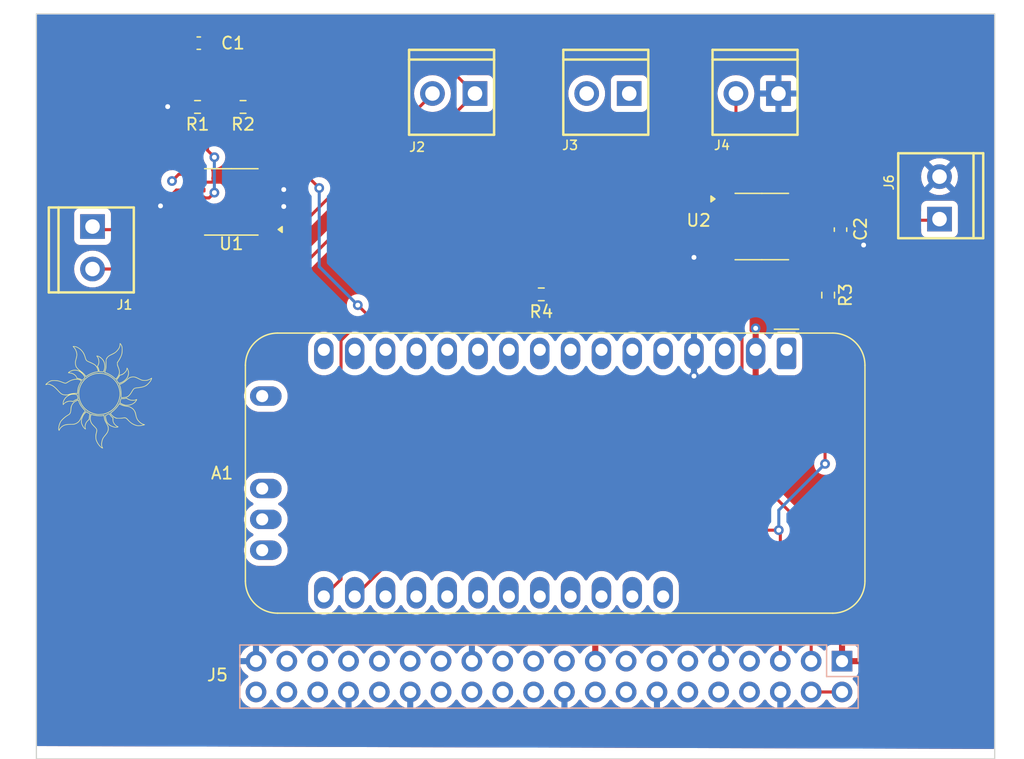
<source format=kicad_pcb>
(kicad_pcb (version 20240108) (generator "pcbnew") (generator_version "8.0")
  (layers (0 "F.Cu" signal) (1 "In1.Cu" signal) (2 "In2.Cu" signal) (31 "B.Cu" signal) (34 "B.Paste" user) (35 "F.Paste" user) (36 "B.SilkS" user "B.Silkscreen") (37 "F.SilkS" user "F.Silkscreen") (38 "B.Mask" user) (39 "F.Mask" user) (44 "Edge.Cuts" user))
  (net 0 "")
  (net 2 "3V3")
  (net 4 "GND")
  (net 16 "CHG")
  (net 17 "SDA")
  (net 31 "FLT")
  (net 32 "/-V_SOLAR")
  (net 33 "/-V_SOLAR_CHG")
  (net 35 "SCL")
  (net 36 "/+V_SOLAR_CHG")
  (net 38 "/+V_BATT")
  (net 41 "Net-(U1-VBUS)")
  (net 42 "/5V power")
  (net 43 "/GPIO 10 (MOSI)")
  (net 45 "/GPIO 9 (MISO)")
  (net 46 "/GPIO 14 (TXD)")
  (net 47 "/GPIO 11 (SCLK)")
  (net 48 "/GPIO 15 (RXD)")
  (net 49 "/GPIO 18 (PCM_CLK)")
  (net 50 "/GPIO 0 (ID_SD)")
  (net 52 "/GPIO 5")
  (net 53 "/GPIO 23")
  (net 54 "/GPIO 6")
  (net 55 "/GPIO 13 (PWM1)")
  (net 56 "/GPIO 24")
  (net 57 "/GPIO 19 (PCM_FS)")
  (net 58 "/GPIO 25")
  (net 59 "/GPIO 26")
  (net 60 "/GPIO 8 (CE0)")
  (net 61 "/GPIO 7 (CE1)")
  (net 62 "/+V_SOLAR")
  (net 63 "/GPIO 1 (ID_SC)")
  (net 64 "/GPIO 12 (PWM0)")
  (net 65 "/GPIO 16")
  (net 66 "/GPIO 12 (PCM_DIN)")
  (net 67 "/GPIO 21 (PCM_DOUT)")
  (footprint "Capacitor_SMD:C_0603_1608Metric" (layer "F.Cu") (at 112.382 38.989 180)
    (property "Reference" "C1" (at -2.807 0 0) (layer "F.SilkS"))
    (property "Value" "0.1u")
    (pad "1" smd roundrect (at -0.775 0 180) (size 0.9 0.95) (layers "F.Cu" "F.Paste" "F.Mask") (net 41 "Net-(U1-VBUS)"))
    (pad "2" smd roundrect (at 0.775 0 180) (size 0.9 0.95) (layers "F.Cu" "F.Paste" "F.Mask") (net 4 "GND"))
  )
  (footprint "Capacitor_SMD:C_0603_1608Metric" (layer "F.Cu") (at 165.23 54.356 -90)
    (property "Reference" "C2" (at -0.047 -1.648 90) (layer "F.SilkS"))
    (property "Value" "0.1u")
    (pad "1" smd roundrect (at -0.775 0 270) (size 0.9 0.95) (layers "F.Cu" "F.Paste" "F.Mask") (net 38 "/+V_BATT"))
    (pad "2" smd roundrect (at 0.775 0 270) (size 0.9 0.95) (layers "F.Cu" "F.Paste" "F.Mask") (net 4 "GND"))
  )
  (footprint "Resistor_SMD:R_0603_1608Metric" (layer "F.Cu") (at 140.589 59.69 180)
    (property "Reference" "R4" (at 0 -1.43 0) (layer "F.SilkS"))
    (property "Value" "10k")
    (pad "1" smd roundrect (at -0.825 0 180) (size 0.8 0.95) (layers "F.Cu" "F.Paste" "F.Mask") (net 2 "3V3"))
    (pad "2" smd roundrect (at 0.825 0 180) (size 0.8 0.95) (layers "F.Cu" "F.Paste" "F.Mask") (net 17 "SDA"))
  )
  (footprint "ssi_connector:1985807" (layer "F.Cu") (at 147.828 43.14 180)
    (property "Reference" "J3" (at 4.128 -4.71 0) (layer "F.SilkS") (effects (font (size 0.762 0.762) (thickness 0.127)) (justify right bottom)))
    (property "Value" "Screw_Terminal_01x02")
    (pad "1" thru_hole rect (at 0 0 180) (size 2.032 2.032) (drill 1.2) (layers "*.Cu" "*.Mask") (net 31 "FLT"))
    (pad "2" thru_hole circle (at 3.5 0 180) (size 2.032 2.032) (drill 1.2) (layers "*.Cu" "*.Mask") (net 16 "CHG"))
  )
  (footprint "Module:Adafruit_Feather_M0_RFM" (layer "F.Cu") (at 160.782 64.262 -90)
    (property "Reference" "A1" (at 10.16 46.482 360) (layer "F.SilkS"))
    (property "Value" "Adafruit_Feather_M0_RFM9x_LoRa_Radio")
    (pad "1" thru_hole roundrect (at 0 0 270) (size 2.6 1.6) (drill 1 (offset 0.3 0)) (layers "*.Cu" "*.Mask") (roundrect_rratio 0.15625))
    (pad "2" thru_hole oval (at 0 2.54 270) (size 2.6 1.6) (drill 1 (offset 0.3 0)) (layers "*.Cu" "*.Mask") (net 2 "3V3"))
    (pad "3" thru_hole oval (at 0 5.08 270) (size 2.6 1.6) (drill 1 (offset 0.3 0)) (layers "*.Cu" "*.Mask"))
    (pad "4" thru_hole oval (at 0 7.62 270) (size 2.6 1.6) (drill 1 (offset 0.3 0)) (layers "*.Cu" "*.Mask") (net 4 "GND"))
    (pad "5" thru_hole oval (at 0 10.16 270) (size 2.6 1.6) (drill 1 (offset 0.3 0)) (layers "*.Cu" "*.Mask"))
    (pad "6" thru_hole oval (at 0 12.7 270) (size 2.6 1.6) (drill 1 (offset 0.3 0)) (layers "*.Cu" "*.Mask"))
    (pad "7" thru_hole oval (at 0 15.24 270) (size 2.6 1.6) (drill 1 (offset 0.3 0)) (layers "*.Cu" "*.Mask"))
    (pad "8" thru_hole oval (at 0 17.78 270) (size 2.6 1.6) (drill 1 (offset 0.3 0)) (layers "*.Cu" "*.Mask"))
    (pad "9" thru_hole oval (at 0 20.32 270) (size 2.6 1.6) (drill 1 (offset 0.3 0)) (layers "*.Cu" "*.Mask"))
    (pad "10" thru_hole oval (at 0 22.86 270) (size 2.6 1.6) (drill 1 (offset 0.3 0)) (layers "*.Cu" "*.Mask"))
    (pad "11" thru_hole oval (at 0 25.4 270) (size 2.6 1.6) (drill 1 (offset 0.3 0)) (layers "*.Cu" "*.Mask"))
    (pad "12" thru_hole oval (at 0 27.94 270) (size 2.6 1.6) (drill 1 (offset 0.3 0)) (layers "*.Cu" "*.Mask"))
    (pad "13" thru_hole oval (at 0 30.48 270) (size 2.6 1.6) (drill 1 (offset 0.3 0)) (layers "*.Cu" "*.Mask"))
    (pad "14" thru_hole oval (at 0 33.02 270) (size 2.6 1.6) (drill 1 (offset 0.3 0)) (layers "*.Cu" "*.Mask"))
    (pad "15" thru_hole oval (at 0 35.56 270) (size 2.6 1.6) (drill 1 (offset 0.3 0)) (layers "*.Cu" "*.Mask"))
    (pad "16" thru_hole oval (at 0 38.1 270) (size 2.6 1.6) (drill 1 (offset 0.3 0)) (layers "*.Cu" "*.Mask"))
    (pad "17" thru_hole oval (at 20.32 38.1 90) (size 2.6 1.6) (drill 1 (offset 0.3 0)) (layers "*.Cu" "*.Mask") (net 17 "SDA"))
    (pad "18" thru_hole oval (at 20.32 35.56 90) (size 2.6 1.6) (drill 1 (offset 0.3 0)) (layers "*.Cu" "*.Mask") (net 35 "SCL"))
    (pad "19" thru_hole oval (at 20.32 33.02 90) (size 2.6 1.6) (drill 1 (offset 0.3 0)) (layers "*.Cu" "*.Mask") (net 16 "CHG"))
    (pad "20" thru_hole oval (at 20.32 30.48 90) (size 2.6 1.6) (drill 1 (offset 0.3 0)) (layers "*.Cu" "*.Mask") (net 31 "FLT"))
    (pad "21" thru_hole oval (at 20.32 27.94 90) (size 2.6 1.6) (drill 1 (offset 0.3 0)) (layers "*.Cu" "*.Mask"))
    (pad "22" thru_hole oval (at 20.32 25.4 90) (size 2.6 1.6) (drill 1 (offset 0.3 0)) (layers "*.Cu" "*.Mask"))
    (pad "23" thru_hole oval (at 20.32 22.86 90) (size 2.6 1.6) (drill 1 (offset 0.3 0)) (layers "*.Cu" "*.Mask"))
    (pad "24" thru_hole oval (at 20.32 20.32 90) (size 2.6 1.6) (drill 1 (offset 0.3 0)) (layers "*.Cu" "*.Mask"))
    (pad "25" thru_hole oval (at 20.32 17.78 90) (size 2.6 1.6) (drill 1 (offset 0.3 0)) (layers "*.Cu" "*.Mask"))
    (pad "26" thru_hole oval (at 20.32 15.24 90) (size 2.6 1.6) (drill 1 (offset 0.3 0)) (layers "*.Cu" "*.Mask"))
    (pad "27" thru_hole oval (at 20.32 12.7 90) (size 2.6 1.6) (drill 1 (offset 0.3 0)) (layers "*.Cu" "*.Mask"))
    (pad "28" thru_hole oval (at 20.32 10.16 90) (size 2.6 1.6) (drill 1 (offset 0.3 0)) (layers "*.Cu" "*.Mask"))
    (pad "29" thru_hole oval (at 3.81 43.18) (size 2.6 1.6) (drill 1 (offset 0.3 0)) (layers "*.Cu" "*.Mask"))
    (pad "30" thru_hole oval (at 11.43 43.18) (size 2.6 1.6) (drill 1 (offset 0.3 0)) (layers "*.Cu" "*.Mask"))
    (pad "31" thru_hole oval (at 13.97 43.18) (size 2.6 1.6) (drill 1 (offset 0.3 0)) (layers "*.Cu" "*.Mask"))
    (pad "32" thru_hole oval (at 16.51 43.18) (size 2.6 1.6) (drill 1 (offset 0.3 0)) (layers "*.Cu" "*.Mask"))
  )
  (footprint "Resistor_SMD:R_0603_1608Metric" (layer "F.Cu") (at 164.211 59.753 -90)
    (property "Reference" "R3" (at 0 -1.43 90) (layer "F.SilkS"))
    (property "Value" "10k")
    (pad "1" smd roundrect (at -0.825 0 270) (size 0.8 0.95) (layers "F.Cu" "F.Paste" "F.Mask") (net 2 "3V3"))
    (pad "2" smd roundrect (at 0.825 0 270) (size 0.8 0.95) (layers "F.Cu" "F.Paste" "F.Mask") (net 35 "SCL"))
  )
  (footprint "ssi_drawings:sun" (layer "F.Cu") (at 104.17 67.94)
    (property "Reference" "G***" (hide yes))
    (property "Value" "sun" (hide yes))
  )
  (footprint "Package_SO:TSSOP-16_4.4x5mm_P0.65mm" (layer "F.Cu") (at 158.75 54.102)
    (property "Reference" "U2" (at -5.207 -0.508 0) (layer "F.SilkS"))
    (property "Value" "INA260")
    (pad "1" smd roundrect (at -2.8625 -2.275) (size 1.475 0.4) (layers "F.Cu" "F.Paste" "F.Mask") (net 38 "/+V_BATT"))
    (pad "2" smd roundrect (at -2.8625 -1.625) (size 1.475 0.4) (layers "F.Cu" "F.Paste" "F.Mask") (net 38 "/+V_BATT"))
    (pad "3" smd roundrect (at -2.8625 -0.975) (size 1.475 0.4) (layers "F.Cu" "F.Paste" "F.Mask") (net 38 "/+V_BATT"))
    (pad "4" smd roundrect (at -2.8625 -0.325) (size 1.475 0.4) (layers "F.Cu" "F.Paste" "F.Mask") (net 2 "3V3"))
    (pad "5" smd roundrect (at -2.8625 0.325) (size 1.475 0.4) (layers "F.Cu" "F.Paste" "F.Mask") (net 2 "3V3"))
    (pad "6" smd roundrect (at -2.8625 0.975) (size 1.475 0.4) (layers "F.Cu" "F.Paste" "F.Mask") (net 4 "GND"))
    (pad "7" smd roundrect (at -2.8625 1.625) (size 1.475 0.4) (layers "F.Cu" "F.Paste" "F.Mask"))
    (pad "8" smd roundrect (at -2.8625 2.275) (size 1.475 0.4) (layers "F.Cu" "F.Paste" "F.Mask") (net 17 "SDA"))
    (pad "9" smd roundrect (at 2.8625 2.275) (size 1.475 0.4) (layers "F.Cu" "F.Paste" "F.Mask") (net 35 "SCL"))
    (pad "10" smd roundrect (at 2.8625 1.625) (size 1.475 0.4) (layers "F.Cu" "F.Paste" "F.Mask") (net 2 "3V3"))
    (pad "11" smd roundrect (at 2.8625 0.975) (size 1.475 0.4) (layers "F.Cu" "F.Paste" "F.Mask") (net 4 "GND"))
    (pad "12" smd roundrect (at 2.8625 0.325) (size 1.475 0.4) (layers "F.Cu" "F.Paste" "F.Mask") (net 38 "/+V_BATT"))
    (pad "13" smd roundrect (at 2.8625 -0.325) (size 1.475 0.4) (layers "F.Cu" "F.Paste" "F.Mask"))
    (pad "14" smd roundrect (at 2.8625 -0.975) (size 1.475 0.4) (layers "F.Cu" "F.Paste" "F.Mask") (net 36 "/+V_SOLAR_CHG"))
    (pad "15" smd roundrect (at 2.8625 -1.625) (size 1.475 0.4) (layers "F.Cu" "F.Paste" "F.Mask") (net 36 "/+V_SOLAR_CHG"))
    (pad "16" smd roundrect (at 2.8625 -2.275) (size 1.475 0.4) (layers "F.Cu" "F.Paste" "F.Mask") (net 36 "/+V_SOLAR_CHG"))
  )
  (footprint "ssi_connector:1985807" (layer "F.Cu") (at 160.1178 43.14 180)
    (property "Reference" "J4" (at 3.9178 -4.71 0) (layer "F.SilkS") (effects (font (size 0.762 0.762) (thickness 0.127)) (justify right bottom)))
    (property "Value" "Screw_Terminal_01x02")
    (pad "1" thru_hole rect (at 0 0 180) (size 2.032 2.032) (drill 1.2) (layers "*.Cu" "*.Mask") (net 4 "GND"))
    (pad "2" thru_hole circle (at 3.5 0 180) (size 2.032 2.032) (drill 1.2) (layers "*.Cu" "*.Mask") (net 36 "/+V_SOLAR_CHG"))
  )
  (footprint "ssi_connector:1985807" (layer "F.Cu") (at 135.128 43.14 180)
    (property "Reference" "J2" (at 4.028 -4.86 0) (layer "F.SilkS") (effects (font (size 0.762 0.762) (thickness 0.127)) (justify right bottom)))
    (property "Value" "Screw_Terminal_01x02")
    (pad "1" thru_hole rect (at 0 0 180) (size 2.032 2.032) (drill 1.2) (layers "*.Cu" "*.Mask") (net 62 "/+V_SOLAR"))
    (pad "2" thru_hole circle (at 3.5 0 180) (size 2.032 2.032) (drill 1.2) (layers "*.Cu" "*.Mask") (net 33 "/-V_SOLAR_CHG"))
  )
  (footprint "Package_SO:TSSOP-16_4.4x5mm_P0.65mm" (layer "F.Cu") (at 115.062 52.07 180)
    (property "Reference" "U1" (at 0 -3.45 0) (layer "F.SilkS"))
    (property "Value" "INA260")
    (pad "1" smd roundrect (at -2.8625 -2.275 180) (size 1.475 0.4) (layers "F.Cu" "F.Paste" "F.Mask") (net 33 "/-V_SOLAR_CHG"))
    (pad "2" smd roundrect (at -2.8625 -1.625 180) (size 1.475 0.4) (layers "F.Cu" "F.Paste" "F.Mask") (net 33 "/-V_SOLAR_CHG"))
    (pad "3" smd roundrect (at -2.8625 -0.975 180) (size 1.475 0.4) (layers "F.Cu" "F.Paste" "F.Mask") (net 33 "/-V_SOLAR_CHG"))
    (pad "4" smd roundrect (at -2.8625 -0.325 180) (size 1.475 0.4) (layers "F.Cu" "F.Paste" "F.Mask") (net 4 "GND"))
    (pad "5" smd roundrect (at -2.8625 0.325 180) (size 1.475 0.4) (layers "F.Cu" "F.Paste" "F.Mask") (net 2 "3V3"))
    (pad "6" smd roundrect (at -2.8625 0.975 180) (size 1.475 0.4) (layers "F.Cu" "F.Paste" "F.Mask") (net 4 "GND"))
    (pad "7" smd roundrect (at -2.8625 1.625 180) (size 1.475 0.4) (layers "F.Cu" "F.Paste" "F.Mask"))
    (pad "8" smd roundrect (at -2.8625 2.275 180) (size 1.475 0.4) (layers "F.Cu" "F.Paste" "F.Mask") (net 17 "SDA"))
    (pad "9" smd roundrect (at 2.8625 2.275 180) (size 1.475 0.4) (layers "F.Cu" "F.Paste" "F.Mask") (net 35 "SCL"))
    (pad "10" smd roundrect (at 2.8625 1.625 180) (size 1.475 0.4) (layers "F.Cu" "F.Paste" "F.Mask") (net 2 "3V3"))
    (pad "11" smd roundrect (at 2.8625 0.975 180) (size 1.475 0.4) (layers "F.Cu" "F.Paste" "F.Mask") (net 4 "GND"))
    (pad "12" smd roundrect (at 2.8625 0.325 180) (size 1.475 0.4) (layers "F.Cu" "F.Paste" "F.Mask") (net 41 "Net-(U1-VBUS)"))
    (pad "13" smd roundrect (at 2.8625 -0.325 180) (size 1.475 0.4) (layers "F.Cu" "F.Paste" "F.Mask"))
    (pad "14" smd roundrect (at 2.8625 -0.975 180) (size 1.475 0.4) (layers "F.Cu" "F.Paste" "F.Mask") (net 32 "/-V_SOLAR"))
    (pad "15" smd roundrect (at 2.8625 -1.625 180) (size 1.475 0.4) (layers "F.Cu" "F.Paste" "F.Mask") (net 32 "/-V_SOLAR"))
    (pad "16" smd roundrect (at 2.8625 -2.275 180) (size 1.475 0.4) (layers "F.Cu" "F.Paste" "F.Mask") (net 32 "/-V_SOLAR"))
  )
  (footprint "Resistor_SMD:R_0603_1608Metric" (layer "F.Cu") (at 116.0275 44.2465 180)
    (property "Reference" "R2" (at 0 -1.43 0) (layer "F.SilkS"))
    (property "Value" "R")
    (pad "1" smd roundrect (at -0.825 0 180) (size 0.8 0.95) (layers "F.Cu" "F.Paste" "F.Mask") (net 62 "/+V_SOLAR"))
    (pad "2" smd roundrect (at 0.825 0 180) (size 0.8 0.95) (layers "F.Cu" "F.Paste" "F.Mask") (net 41 "Net-(U1-VBUS)"))
  )
  (footprint "ssi_connector:1985807" (layer "F.Cu") (at 103.632 54.102 -90)
    (property "Reference" "J1" (at 6.898 -3.368 180) (layer "F.SilkS") (effects (font (size 0.762 0.762) (thickness 0.127)) (justify right bottom)))
    (property "Value" "Screw_Terminal_01x02")
    (pad "1" thru_hole rect (at 0 0 270) (size 2.032 2.032) (drill 1.2) (layers "*.Cu" "*.Mask") (net 32 "/-V_SOLAR"))
    (pad "2" thru_hole circle (at 3.5 0 270) (size 2.032 2.032) (drill 1.2) (layers "*.Cu" "*.Mask") (net 62 "/+V_SOLAR"))
  )
  (footprint "ssi_connector:1985807" (layer "F.Cu") (at 173.382 53.4898 90)
    (property "Reference" "J6" (at 3.76 -3.71 -90) (layer "F.SilkS") (effects (font (size 0.762 0.762) (thickness 0.127)) (justify right bottom)))
    (property "Value" "Screw_Terminal_01x02")
    (pad "1" thru_hole rect (at 0 0 90) (size 2.032 2.032) (drill 1.2) (layers "*.Cu" "*.Mask") (net 38 "/+V_BATT"))
    (pad "2" thru_hole circle (at 3.5 0 90) (size 2.032 2.032) (drill 1.2) (layers "*.Cu" "*.Mask") (net 4 "GND"))
  )
  (footprint "Resistor_SMD:R_0603_1608Metric" (layer "F.Cu") (at 112.2805 44.2465 180)
    (property "Reference" "R1" (at 0 -1.43 0) (layer "F.SilkS"))
    (property "Value" "R")
    (pad "1" smd roundrect (at -0.825 0 180) (size 0.8 0.95) (layers "F.Cu" "F.Paste" "F.Mask") (net 41 "Net-(U1-VBUS)"))
    (pad "2" smd roundrect (at 0.825 0 180) (size 0.8 0.95) (layers "F.Cu" "F.Paste" "F.Mask") (net 4 "GND"))
  )
  (footprint "Connector_PinSocket_2.54mm:PinSocket_2x20_P2.54mm_Vertical" (layer "B.Cu") (at 165.354 89.916 90)
    (property "Reference" "J5" (at -1.143 -51.435 180) (layer "F.SilkS"))
    (property "Value" "Conn_02x20_Odd_Even")
    (pad "1" thru_hole rect (at 0 0 90) (size 1.7 1.7) (drill 1) (layers "*.Cu" "*.Mask") (net 2 "3V3"))
    (pad "2" thru_hole oval (at -2.54 0 90) (size 1.7 1.7) (drill 1) (layers "*.Cu" "*.Mask") (net 42 "/5V power"))
    (pad "3" thru_hole oval (at 0 -2.54 90) (size 1.7 1.7) (drill 1) (layers "*.Cu" "*.Mask") (net 17 "SDA"))
    (pad "4" thru_hole oval (at -2.54 -2.54 90) (size 1.7 1.7) (drill 1) (layers "*.Cu" "*.Mask") (net 42 "/5V power"))
    (pad "5" thru_hole oval (at 0 -5.08 90) (size 1.7 1.7) (drill 1) (layers "*.Cu" "*.Mask") (net 35 "SCL"))
    (pad "6" thru_hole oval (at -2.54 -5.08 90) (size 1.7 1.7) (drill 1) (layers "*.Cu" "*.Mask") (net 4 "GND"))
    (pad "7" thru_hole oval (at 0 -7.62 90) (size 1.7 1.7) (drill 1) (layers "*.Cu" "*.Mask"))
    (pad "8" thru_hole oval (at -2.54 -7.62 90) (size 1.7 1.7) (drill 1) (layers "*.Cu" "*.Mask") (net 46 "/GPIO 14 (TXD)"))
    (pad "9" thru_hole oval (at 0 -10.16 90) (size 1.7 1.7) (drill 1) (layers "*.Cu" "*.Mask") (net 4 "GND"))
    (pad "10" thru_hole oval (at -2.54 -10.16 90) (size 1.7 1.7) (drill 1) (layers "*.Cu" "*.Mask") (net 48 "/GPIO 15 (RXD)"))
    (pad "11" thru_hole oval (at 0 -12.7 90) (size 1.7 1.7) (drill 1) (layers "*.Cu" "*.Mask") (net 16 "CHG"))
    (pad "12" thru_hole oval (at -2.54 -12.7 90) (size 1.7 1.7) (drill 1) (layers "*.Cu" "*.Mask") (net 49 "/GPIO 18 (PCM_CLK)"))
    (pad "13" thru_hole oval (at 0 -15.24 90) (size 1.7 1.7) (drill 1) (layers "*.Cu" "*.Mask") (net 31 "FLT"))
    (pad "14" thru_hole oval (at -2.54 -15.24 90) (size 1.7 1.7) (drill 1) (layers "*.Cu" "*.Mask") (net 4 "GND"))
    (pad "15" thru_hole oval (at 0 -17.78 90) (size 1.7 1.7) (drill 1) (layers "*.Cu" "*.Mask"))
    (pad "16" thru_hole oval (at -2.54 -17.78 90) (size 1.7 1.7) (drill 1) (layers "*.Cu" "*.Mask") (net 53 "/GPIO 23"))
    (pad "17" thru_hole oval (at 0 -20.32 90) (size 1.7 1.7) (drill 1) (layers "*.Cu" "*.Mask") (net 2 "3V3"))
    (pad "18" thru_hole oval (at -2.54 -20.32 90) (size 1.7 1.7) (drill 1) (layers "*.Cu" "*.Mask") (net 56 "/GPIO 24"))
    (pad "19" thru_hole oval (at 0 -22.86 90) (size 1.7 1.7) (drill 1) (layers "*.Cu" "*.Mask") (net 43 "/GPIO 10 (MOSI)"))
    (pad "20" thru_hole oval (at -2.54 -22.86 90) (size 1.7 1.7) (drill 1) (layers "*.Cu" "*.Mask") (net 4 "GND"))
    (pad "21" thru_hole oval (at 0 -25.4 90) (size 1.7 1.7) (drill 1) (layers "*.Cu" "*.Mask") (net 45 "/GPIO 9 (MISO)"))
    (pad "22" thru_hole oval (at -2.54 -25.4 90) (size 1.7 1.7) (drill 1) (layers "*.Cu" "*.Mask") (net 58 "/GPIO 25"))
    (pad "23" thru_hole oval (at 0 -27.94 90) (size 1.7 1.7) (drill 1) (layers "*.Cu" "*.Mask") (net 47 "/GPIO 11 (SCLK)"))
    (pad "24" thru_hole oval (at -2.54 -27.94 90) (size 1.7 1.7) (drill 1) (layers "*.Cu" "*.Mask") (net 60 "/GPIO 8 (CE0)"))
    (pad "25" thru_hole oval (at 0 -30.48 90) (size 1.7 1.7) (drill 1) (layers "*.Cu" "*.Mask") (net 4 "GND"))
    (pad "26" thru_hole oval (at -2.54 -30.48 90) (size 1.7 1.7) (drill 1) (layers "*.Cu" "*.Mask") (net 61 "/GPIO 7 (CE1)"))
    (pad "27" thru_hole oval (at 0 -33.02 90) (size 1.7 1.7) (drill 1) (layers "*.Cu" "*.Mask") (net 50 "/GPIO 0 (ID_SD)"))
    (pad "28" thru_hole oval (at -2.54 -33.02 90) (size 1.7 1.7) (drill 1) (layers "*.Cu" "*.Mask") (net 63 "/GPIO 1 (ID_SC)"))
    (pad "29" thru_hole oval (at 0 -35.56 90) (size 1.7 1.7) (drill 1) (layers "*.Cu" "*.Mask") (net 52 "/GPIO 5"))
    (pad "30" thru_hole oval (at -2.54 -35.56 90) (size 1.7 1.7) (drill 1) (layers "*.Cu" "*.Mask") (net 4 "GND"))
    (pad "31" thru_hole oval (at 0 -38.1 90) (size 1.7 1.7) (drill 1) (layers "*.Cu" "*.Mask") (net 54 "/GPIO 6"))
    (pad "32" thru_hole oval (at -2.54 -38.1 90) (size 1.7 1.7) (drill 1) (layers "*.Cu" "*.Mask") (net 64 "/GPIO 12 (PWM0)"))
    (pad "33" thru_hole oval (at 0 -40.64 90) (size 1.7 1.7) (drill 1) (layers "*.Cu" "*.Mask") (net 55 "/GPIO 13 (PWM1)"))
    (pad "34" thru_hole oval (at -2.54 -40.64 90) (size 1.7 1.7) (drill 1) (layers "*.Cu" "*.Mask") (net 4 "GND"))
    (pad "35" thru_hole oval (at 0 -43.18 90) (size 1.7 1.7) (drill 1) (layers "*.Cu" "*.Mask") (net 57 "/GPIO 19 (PCM_FS)"))
    (pad "36" thru_hole oval (at -2.54 -43.18 90) (size 1.7 1.7) (drill 1) (layers "*.Cu" "*.Mask") (net 65 "/GPIO 16"))
    (pad "37" thru_hole oval (at 0 -45.72 90) (size 1.7 1.7) (drill 1) (layers "*.Cu" "*.Mask") (net 59 "/GPIO 26"))
    (pad "38" thru_hole oval (at -2.54 -45.72 90) (size 1.7 1.7) (drill 1) (layers "*.Cu" "*.Mask") (net 66 "/GPIO 12 (PCM_DIN)"))
    (pad "39" thru_hole oval (at 0 -48.26 90) (size 1.7 1.7) (drill 1) (layers "*.Cu" "*.Mask") (net 4 "GND"))
    (pad "40" thru_hole oval (at -2.54 -48.26 90) (size 1.7 1.7) (drill 1) (layers "*.Cu" "*.Mask") (net 67 "/GPIO 21 (PCM_DOUT)"))
  )
  (gr_rect (start 99.009 36.576) (end 177.927 97.968) (stroke (width 0.1)) (fill none) (layer "Edge.Cuts"))
  (segment (start 116.261 51.745) (end 116.586 51.745) (width 0.25) (layer "F.Cu") (net 2))
  (segment (start 162.35 55.727) (end 161.6125 55.727) (width 0.25) (layer "F.Cu") (net 2))
  (segment (start 114.961 50.445) (end 116.261 51.745) (width 0.25) (layer "F.Cu") (net 2))
  (segment (start 158.242 64.262) (end 158.242 66.167) (width 0.25) (layer "F.Cu") (net 2))
  (segment (start 165.354 89.916) (end 165.354 87.757) (width 0.25) (layer "F.Cu") (net 2))
  (segment (start 164.211 57.588) (end 162.35 55.727) (width 0.25) (layer "F.Cu") (net 2))
  (segment (start 164.211 58.928) (end 164.211 57.588) (width 0.25) (layer "F.Cu") (net 2))
  (segment (start 116.586 51.745) (end 117.9245 51.745) (width 0.25) (layer "F.Cu") (net 2))
  (segment (start 155.8875 54.427) (end 155.8875 53.777) (width 0.25) (layer "F.Cu") (net 2))
  (segment (start 141.414 59.69) (end 147.327 53.777) (width 0.25) (layer "F.Cu") (net 2))
  (segment (start 158.242 64.262) (end 158.242 62.484) (width 0.25) (layer "F.Cu") (net 2))
  (segment (start 147.327 53.777) (end 155.8875 53.777) (width 0.25) (layer "F.Cu") (net 2))
  (segment (start 112.1995 50.445) (end 114.961 50.445) (width 0.25) (layer "F.Cu") (net 2))
  (via (at 158.242 62.484) (size 0.8) (drill 0.4) (layers "F.Cu" "B.Cu") (net 2))
  (segment (start 158.242 62.484) (end 158.242 62.865) (width 0.25) (layer "B.Cu") (net 2))
  (segment (start 110.535 51.095) (end 109.23 52.4) (width 0.25) (layer "F.Cu") (net 4))
  (segment (start 109.8465 44.2465) (end 109.82 44.22) (width 0.25) (layer "F.Cu") (net 4))
  (segment (start 117.9245 52.395) (end 119.324 52.395) (width 0.25) (layer "F.Cu") (net 4))
  (segment (start 165.23 55.131) (end 166.637 55.131) (width 0.25) (layer "F.Cu") (net 4))
  (segment (start 117.9245 51.095) (end 119.339 51.095) (width 0.25) (layer "F.Cu") (net 4))
  (segment (start 154.727 55.077) (end 153.162 56.642) (width 0.25) (layer "F.Cu") (net 4))
  (segment (start 165.176 55.077) (end 165.23 55.131) (width 0.25) (layer "F.Cu") (net 4))
  (segment (start 111.4555 44.2465) (end 111.4555 44.5645) (width 0.25) (layer "F.Cu") (net 4))
  (segment (start 155.8875 55.077) (end 154.727 55.077) (width 0.25) (layer "F.Cu") (net 4))
  (segment (start 111.607 38.989) (end 111.607 44.095) (width 0.25) (layer "F.Cu") (net 4))
  (segment (start 112.1995 51.095) (end 110.535 51.095) (width 0.25) (layer "F.Cu") (net 4))
  (segment (start 161.6125 55.077) (end 165.176 55.077) (width 0.25) (layer "F.Cu") (net 4))
  (segment (start 111.607 44.095) (end 111.4555 44.2465) (width 0.25) (layer "F.Cu") (net 4))
  (segment (start 161.6125 55.077) (end 155.8875 55.077) (width 0.25) (layer "F.Cu") (net 4))
  (segment (start 111.4555 44.2465) (end 109.8465 44.2465) (width 0.25) (layer "F.Cu") (net 4))
  (segment (start 153.162 64.262) (end 153.162 66.421) (width 0.25) (layer "F.Cu") (net 4))
  (segment (start 119.339 51.095) (end 119.38 51.054) (width 0.25) (layer "F.Cu") (net 4))
  (segment (start 166.637 55.131) (end 167.132 55.626) (width 0.25) (layer "F.Cu") (net 4))
  (segment (start 119.324 52.395) (end 119.38 52.451) (width 0.25) (layer "F.Cu") (net 4))
  (via (at 119.38 52.451) (size 0.8) (drill 0.4) (layers "F.Cu" "B.Cu") (net 4))
  (via (at 153.162 66.421) (size 0.8) (drill 0.4) (layers "F.Cu" "B.Cu") (net 4))
  (via (at 109.82 44.22) (size 0.8) (drill 0.4) (layers "F.Cu" "B.Cu") (net 4))
  (via (at 119.38 51.054) (size 0.8) (drill 0.4) (layers "F.Cu" "B.Cu") (net 4))
  (via (at 153.162 56.642) (size 0.8) (drill 0.4) (layers "F.Cu" "B.Cu") (net 4))
  (via (at 167.132 55.626) (size 0.8) (drill 0.4) (layers "F.Cu" "B.Cu") (net 4))
  (via (at 109.23 52.4) (size 0.8) (drill 0.4) (layers "F.Cu" "B.Cu") (net 4))
  (segment (start 154.305 55.1515) (end 154.5255 55.1515) (width 0.25) (layer "B.Cu") (net 4))
  (segment (start 154.5255 55.1515) (end 154.686 54.991) (width 0.25) (layer "B.Cu") (net 4))
  (segment (start 141.097 61.341) (end 139.764 60.008) (width 0.25) (layer "F.Cu") (net 17))
  (segment (start 121.169 49.795) (end 122.301 50.927) (width 0.25) (layer "F.Cu") (net 17))
  (segment (start 127.889 59.69) (end 126.1745 61.4045) (width 0.25) (layer "F.Cu") (net 17))
  (segment (start 155.8875 56.377) (end 150.9235 61.341) (width 0.25) (layer "F.Cu") (net 17))
  (segment (start 126.1745 61.2775) (end 126.1745 61.4045) (width 0.25) (layer "F.Cu") (net 17))
  (segment (start 150.9235 61.341) (end 141.097 61.341) (width 0.25) (layer "F.Cu") (net 17))
  (segment (start 124.097 63.482) (end 124.097 83.167) (width 0.25) (layer "F.Cu") (net 17))
  (segment (start 126.1745 61.4045) (end 124.097 63.482) (width 0.25) (layer "F.Cu") (net 17))
  (segment (start 139.764 60.008) (end 139.764 59.69) (width 0.25) (layer "F.Cu") (net 17))
  (segment (start 157.117 57.6065) (end 155.8875 56.377) (width 0.25) (layer "F.Cu") (net 17))
  (segment (start 117.9245 49.795) (end 121.169 49.795) (width 0.25) (layer "F.Cu") (net 17))
  (segment (start 162.814 79.375) (end 157.117 73.678) (width 0.25) (layer "F.Cu") (net 17))
  (segment (start 125.476 60.579) (end 126.1745 61.2775) (width 0.25) (layer "F.Cu") (net 17))
  (segment (start 124.097 83.167) (end 122.682 84.582) (width 0.25) (layer "F.Cu") (net 17))
  (segment (start 139.764 59.69) (end 127.889 59.69) (width 0.25) (layer "F.Cu") (net 17))
  (segment (start 162.814 89.916) (end 162.814 79.375) (width 0.25) (layer "F.Cu") (net 17))
  (segment (start 157.117 73.678) (end 157.117 57.6065) (width 0.25) (layer "F.Cu") (net 17))
  (via (at 125.476 60.579) (size 0.8) (drill 0.4) (layers "F.Cu" "B.Cu") (net 17))
  (via (at 122.301 50.927) (size 0.8) (drill 0.4) (layers "F.Cu" "B.Cu") (net 17))
  (segment (start 122.301 50.927) (end 122.301 57.404) (width 0.25) (layer "B.Cu") (net 17))
  (segment (start 122.301 57.404) (end 125.476 60.579) (width 0.25) (layer "B.Cu") (net 17))
  (segment (start 112.1995 54.345) (end 112.1995 53.045) (width 0.25) (layer "F.Cu") (net 32))
  (segment (start 112.1885 54.356) (end 112.1995 54.345) (width 0.25) (layer "F.Cu") (net 32))
  (segment (start 103.886 54.356) (end 112.1885 54.356) (width 0.25) (layer "F.Cu") (net 32))
  (segment (start 103.632 54.102) (end 103.886 54.356) (width 0.25) (layer "F.Cu") (net 32))
  (segment (start 117.9245 54.345) (end 117.9245 53.045) (width 0.25) (layer "F.Cu") (net 33))
  (segment (start 117.9245 54.345) (end 120.463 54.345) (width 0.25) (layer "F.Cu") (net 33))
  (segment (start 120.463 54.345) (end 131.628 43.18) (width 0.25) (layer "F.Cu") (net 33))
  (segment (start 163.957 73.66) (end 163.957 60.832) (width 0.25) (layer "F.Cu") (net 35))
  (segment (start 160.274 79.248) (end 160.147 79.121) (width 0.25) (layer "F.Cu") (net 35))
  (segment (start 110.733 49.795) (end 112.1995 49.795) (width 0.25) (layer "F.Cu") (net 35))
  (segment (start 163.957 60.832) (end 164.211 60.578) (width 0.25) (layer "F.Cu") (net 35))
  (segment (start 130.683 79.121) (end 160.147 79.121) (width 0.25) (layer "F.Cu") (net 35))
  (segment (start 125.222 84.582) (end 130.683 79.121) (width 0.25) (layer "F.Cu") (net 35))
  (segment (start 160.274 89.916) (end 160.274 79.248) (width 0.25) (layer "F.Cu") (net 35))
  (segment (start 164.211 60.578) (end 161.6125 57.9795) (width 0.25) (layer "F.Cu") (net 35))
  (segment (start 110.1768 50.3512) (end 110.733 49.795) (width 0.25) (layer "F.Cu") (net 35))
  (segment (start 161.6125 57.9795) (end 161.6125 56.377) (width 0.25) (layer "F.Cu") (net 35))
  (via (at 110.1768 50.3512) (size 0.8) (drill 0.4) (layers "F.Cu" "B.Cu") (net 35))
  (via (at 163.957 73.66) (size 0.8) (drill 0.4) (layers "F.Cu" "B.Cu") (net 35))
  (via (at 160.147 79.121) (size 0.8) (drill 0.4) (layers "F.Cu" "B.Cu") (net 35))
  (segment (start 160.147 79.121) (end 160.147 77.47) (width 0.25) (layer "B.Cu") (net 35))
  (segment (start 160.147 77.47) (end 163.957 73.66) (width 0.25) (layer "B.Cu") (net 35))
  (segment (start 161.6125 51.827) (end 161.6125 53.127) (width 0.25) (layer "F.Cu") (net 36))
  (segment (start 156.6178 43.14) (end 156.6178 46.8323) (width 0.25) (layer "F.Cu") (net 36))
  (segment (start 156.6178 46.8323) (end 161.6125 51.827) (width 0.25) (layer "F.Cu") (net 36))
  (segment (start 173.2908 53.581) (end 173.382 53.4898) (width 0.25) (layer "F.Cu") (net 38))
  (segment (start 164.681182 54.427) (end 165.23 53.878182) (width 0.25) (layer "F.Cu") (net 38))
  (segment (start 161.6125 54.427) (end 164.681182 54.427) (width 0.25) (layer "F.Cu") (net 38))
  (segment (start 157.876042 54.427) (end 156.576042 53.127) (width 0.25) (layer "F.Cu") (net 38))
  (segment (start 161.6125 54.427) (end 157.876042 54.427) (width 0.25) (layer "F.Cu") (net 38))
  (segment (start 156.576042 53.127) (end 155.8875 53.127) (width 0.25) (layer "F.Cu") (net 38))
  (segment (start 155.8875 53.127) (end 155.8875 51.827) (width 0.25) (layer "F.Cu") (net 38))
  (segment (start 165.23 53.581) (end 173.2908 53.581) (width 0.25) (layer "F.Cu") (net 38))
  (segment (start 165.23 53.878182) (end 165.23 53.581) (width 0.25) (layer "F.Cu") (net 38))
  (segment (start 113.1055 47.8275) (end 113.665 48.387) (width 0.25) (layer "F.Cu") (net 41))
  (segment (start 113.1055 44.2465) (end 113.1055 39.0405) (width 0.25) (layer "F.Cu") (net 41))
  (segment (start 113.228 51.745) (end 112.6495 51.745) (width 0.25) (layer "F.Cu") (net 41))
  (segment (start 113.1055 39.0405) (end 113.157 38.989) (width 0.25) (layer "F.Cu") (net 41))
  (segment (start 113.665 51.308) (end 113.228 51.745) (width 0.25) (layer "F.Cu") (net 41))
  (segment (start 113.1065 44.2455) (end 113.1055 44.2465) (width 0.25) (layer "F.Cu") (net 41))
  (segment (start 113.1055 44.2465) (end 113.1055 47.8275) (width 0.25) (layer "F.Cu") (net 41))
  (segment (start 115.2025 44.2465) (end 113.1055 44.2465) (width 0.25) (layer "F.Cu") (net 41))
  (via (at 113.665 51.308) (size 0.8) (drill 0.4) (layers "F.Cu" "B.Cu") (net 41))
  (via (at 113.665 48.387) (size 0.8) (drill 0.4) (layers "F.Cu" "B.Cu") (net 41))
  (segment (start 113.665 48.387) (end 113.665 51.308) (width 0.25) (layer "B.Cu") (net 41))
  (segment (start 162.941 92.583) (end 162.941 92.837) (width 0.25) (layer "F.Cu") (net 42))
  (segment (start 162.814 92.456) (end 165.354 92.456) (width 0.25) (layer "F.Cu") (net 42))
  (segment (start 135.128 43.14) (end 120.666 57.602) (width 0.25) (layer "F.Cu") (net 62))
  (segment (start 116.8525 44.2465) (end 116.8525 43.4845) (width 0.25) (layer "F.Cu") (net 62))
  (segment (start 132.334 40.386) (end 135.128 43.18) (width 0.25) (layer "F.Cu") (net 62))
  (segment (start 119.951 40.386) (end 132.334 40.386) (width 0.25) (layer "F.Cu") (net 62))
  (segment (start 120.666 57.602) (end 103.632 57.602) (width 0.25) (layer "F.Cu") (net 62))
  (segment (start 116.8525 43.4845) (end 119.951 40.386) (width 0.25) (layer "F.Cu") (net 62))
  (zone (net 2) (net_name "3V3") (layer "F.Cu") (priority 1) (connect_pads (clearance 0.5)) (min_thickness 0.25) (fill yes (thermal_gap 0.5) (thermal_bridge_width 0.5))
    (polygon (pts (xy 96.012 35.433) (xy 180.34 35.687) (xy 180.086 97.155) (xy 96.012 96.901)))
  )
  (zone (net 4) (net_name "GND") (layer "B.Cu") (connect_pads (clearance 0.5)) (min_thickness 0.25) (fill yes (thermal_gap 0.5) (thermal_bridge_width 0.5))
    (polygon (pts (xy 179.832 35.687) (xy 96.012 35.433) (xy 96.012 96.901) (xy 180.086 97.155) (xy 180.34 35.687)))
  )
)
</source>
